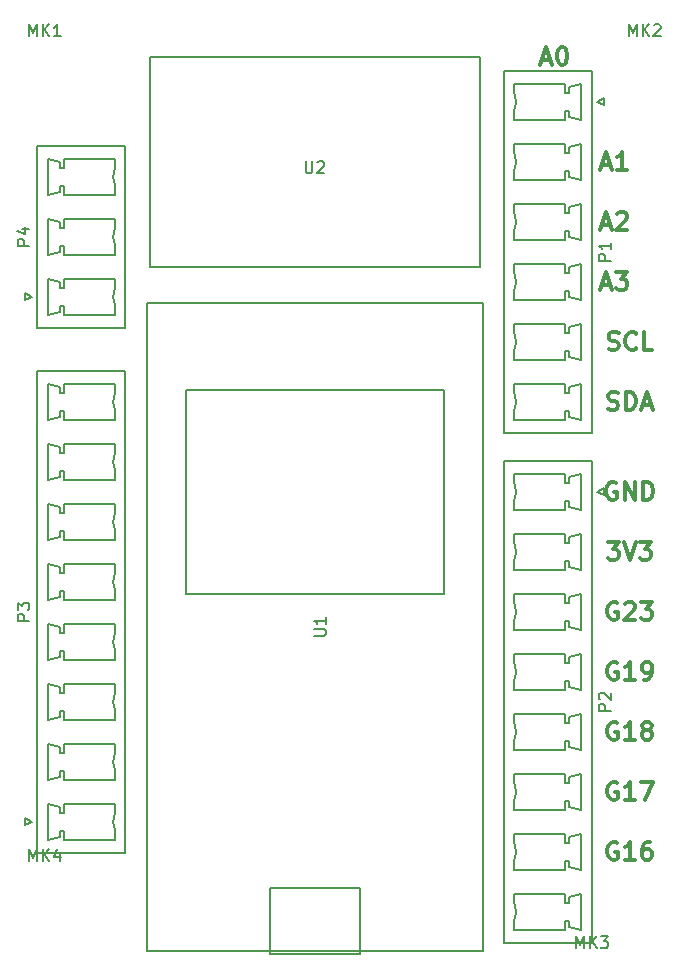
<source format=gto>
G04 #@! TF.GenerationSoftware,KiCad,Pcbnew,5.0.2+dfsg1-1*
G04 #@! TF.CreationDate,2019-04-19T11:24:35+12:00*
G04 #@! TF.ProjectId,esp32,65737033-322e-46b6-9963-61645f706362,rev?*
G04 #@! TF.SameCoordinates,Original*
G04 #@! TF.FileFunction,Legend,Top*
G04 #@! TF.FilePolarity,Positive*
%FSLAX46Y46*%
G04 Gerber Fmt 4.6, Leading zero omitted, Abs format (unit mm)*
G04 Created by KiCad (PCBNEW 5.0.2+dfsg1-1) date Fri 19 Apr 2019 11:24:35 NZST*
%MOMM*%
%LPD*%
G01*
G04 APERTURE LIST*
%ADD10C,0.300000*%
%ADD11C,0.150000*%
G04 APERTURE END LIST*
D10*
X136572857Y-76648571D02*
X137501428Y-76648571D01*
X137001428Y-77220000D01*
X137215714Y-77220000D01*
X137358571Y-77291428D01*
X137430000Y-77362857D01*
X137501428Y-77505714D01*
X137501428Y-77862857D01*
X137430000Y-78005714D01*
X137358571Y-78077142D01*
X137215714Y-78148571D01*
X136787142Y-78148571D01*
X136644285Y-78077142D01*
X136572857Y-78005714D01*
X137930000Y-76648571D02*
X138430000Y-78148571D01*
X138930000Y-76648571D01*
X139287142Y-76648571D02*
X140215714Y-76648571D01*
X139715714Y-77220000D01*
X139930000Y-77220000D01*
X140072857Y-77291428D01*
X140144285Y-77362857D01*
X140215714Y-77505714D01*
X140215714Y-77862857D01*
X140144285Y-78005714D01*
X140072857Y-78077142D01*
X139930000Y-78148571D01*
X139501428Y-78148571D01*
X139358571Y-78077142D01*
X139287142Y-78005714D01*
X137287142Y-71640000D02*
X137144285Y-71568571D01*
X136930000Y-71568571D01*
X136715714Y-71640000D01*
X136572857Y-71782857D01*
X136501428Y-71925714D01*
X136430000Y-72211428D01*
X136430000Y-72425714D01*
X136501428Y-72711428D01*
X136572857Y-72854285D01*
X136715714Y-72997142D01*
X136930000Y-73068571D01*
X137072857Y-73068571D01*
X137287142Y-72997142D01*
X137358571Y-72925714D01*
X137358571Y-72425714D01*
X137072857Y-72425714D01*
X138001428Y-73068571D02*
X138001428Y-71568571D01*
X138858571Y-73068571D01*
X138858571Y-71568571D01*
X139572857Y-73068571D02*
X139572857Y-71568571D01*
X139930000Y-71568571D01*
X140144285Y-71640000D01*
X140287142Y-71782857D01*
X140358571Y-71925714D01*
X140430000Y-72211428D01*
X140430000Y-72425714D01*
X140358571Y-72711428D01*
X140287142Y-72854285D01*
X140144285Y-72997142D01*
X139930000Y-73068571D01*
X139572857Y-73068571D01*
X137394285Y-102120000D02*
X137251428Y-102048571D01*
X137037142Y-102048571D01*
X136822857Y-102120000D01*
X136680000Y-102262857D01*
X136608571Y-102405714D01*
X136537142Y-102691428D01*
X136537142Y-102905714D01*
X136608571Y-103191428D01*
X136680000Y-103334285D01*
X136822857Y-103477142D01*
X137037142Y-103548571D01*
X137180000Y-103548571D01*
X137394285Y-103477142D01*
X137465714Y-103405714D01*
X137465714Y-102905714D01*
X137180000Y-102905714D01*
X138894285Y-103548571D02*
X138037142Y-103548571D01*
X138465714Y-103548571D02*
X138465714Y-102048571D01*
X138322857Y-102262857D01*
X138180000Y-102405714D01*
X138037142Y-102477142D01*
X140180000Y-102048571D02*
X139894285Y-102048571D01*
X139751428Y-102120000D01*
X139680000Y-102191428D01*
X139537142Y-102405714D01*
X139465714Y-102691428D01*
X139465714Y-103262857D01*
X139537142Y-103405714D01*
X139608571Y-103477142D01*
X139751428Y-103548571D01*
X140037142Y-103548571D01*
X140180000Y-103477142D01*
X140251428Y-103405714D01*
X140322857Y-103262857D01*
X140322857Y-102905714D01*
X140251428Y-102762857D01*
X140180000Y-102691428D01*
X140037142Y-102620000D01*
X139751428Y-102620000D01*
X139608571Y-102691428D01*
X139537142Y-102762857D01*
X139465714Y-102905714D01*
X137394285Y-97040000D02*
X137251428Y-96968571D01*
X137037142Y-96968571D01*
X136822857Y-97040000D01*
X136680000Y-97182857D01*
X136608571Y-97325714D01*
X136537142Y-97611428D01*
X136537142Y-97825714D01*
X136608571Y-98111428D01*
X136680000Y-98254285D01*
X136822857Y-98397142D01*
X137037142Y-98468571D01*
X137180000Y-98468571D01*
X137394285Y-98397142D01*
X137465714Y-98325714D01*
X137465714Y-97825714D01*
X137180000Y-97825714D01*
X138894285Y-98468571D02*
X138037142Y-98468571D01*
X138465714Y-98468571D02*
X138465714Y-96968571D01*
X138322857Y-97182857D01*
X138180000Y-97325714D01*
X138037142Y-97397142D01*
X139394285Y-96968571D02*
X140394285Y-96968571D01*
X139751428Y-98468571D01*
X137394285Y-91960000D02*
X137251428Y-91888571D01*
X137037142Y-91888571D01*
X136822857Y-91960000D01*
X136680000Y-92102857D01*
X136608571Y-92245714D01*
X136537142Y-92531428D01*
X136537142Y-92745714D01*
X136608571Y-93031428D01*
X136680000Y-93174285D01*
X136822857Y-93317142D01*
X137037142Y-93388571D01*
X137180000Y-93388571D01*
X137394285Y-93317142D01*
X137465714Y-93245714D01*
X137465714Y-92745714D01*
X137180000Y-92745714D01*
X138894285Y-93388571D02*
X138037142Y-93388571D01*
X138465714Y-93388571D02*
X138465714Y-91888571D01*
X138322857Y-92102857D01*
X138180000Y-92245714D01*
X138037142Y-92317142D01*
X139751428Y-92531428D02*
X139608571Y-92460000D01*
X139537142Y-92388571D01*
X139465714Y-92245714D01*
X139465714Y-92174285D01*
X139537142Y-92031428D01*
X139608571Y-91960000D01*
X139751428Y-91888571D01*
X140037142Y-91888571D01*
X140180000Y-91960000D01*
X140251428Y-92031428D01*
X140322857Y-92174285D01*
X140322857Y-92245714D01*
X140251428Y-92388571D01*
X140180000Y-92460000D01*
X140037142Y-92531428D01*
X139751428Y-92531428D01*
X139608571Y-92602857D01*
X139537142Y-92674285D01*
X139465714Y-92817142D01*
X139465714Y-93102857D01*
X139537142Y-93245714D01*
X139608571Y-93317142D01*
X139751428Y-93388571D01*
X140037142Y-93388571D01*
X140180000Y-93317142D01*
X140251428Y-93245714D01*
X140322857Y-93102857D01*
X140322857Y-92817142D01*
X140251428Y-92674285D01*
X140180000Y-92602857D01*
X140037142Y-92531428D01*
X137394285Y-86880000D02*
X137251428Y-86808571D01*
X137037142Y-86808571D01*
X136822857Y-86880000D01*
X136680000Y-87022857D01*
X136608571Y-87165714D01*
X136537142Y-87451428D01*
X136537142Y-87665714D01*
X136608571Y-87951428D01*
X136680000Y-88094285D01*
X136822857Y-88237142D01*
X137037142Y-88308571D01*
X137180000Y-88308571D01*
X137394285Y-88237142D01*
X137465714Y-88165714D01*
X137465714Y-87665714D01*
X137180000Y-87665714D01*
X138894285Y-88308571D02*
X138037142Y-88308571D01*
X138465714Y-88308571D02*
X138465714Y-86808571D01*
X138322857Y-87022857D01*
X138180000Y-87165714D01*
X138037142Y-87237142D01*
X139608571Y-88308571D02*
X139894285Y-88308571D01*
X140037142Y-88237142D01*
X140108571Y-88165714D01*
X140251428Y-87951428D01*
X140322857Y-87665714D01*
X140322857Y-87094285D01*
X140251428Y-86951428D01*
X140180000Y-86880000D01*
X140037142Y-86808571D01*
X139751428Y-86808571D01*
X139608571Y-86880000D01*
X139537142Y-86951428D01*
X139465714Y-87094285D01*
X139465714Y-87451428D01*
X139537142Y-87594285D01*
X139608571Y-87665714D01*
X139751428Y-87737142D01*
X140037142Y-87737142D01*
X140180000Y-87665714D01*
X140251428Y-87594285D01*
X140322857Y-87451428D01*
X137394285Y-81800000D02*
X137251428Y-81728571D01*
X137037142Y-81728571D01*
X136822857Y-81800000D01*
X136680000Y-81942857D01*
X136608571Y-82085714D01*
X136537142Y-82371428D01*
X136537142Y-82585714D01*
X136608571Y-82871428D01*
X136680000Y-83014285D01*
X136822857Y-83157142D01*
X137037142Y-83228571D01*
X137180000Y-83228571D01*
X137394285Y-83157142D01*
X137465714Y-83085714D01*
X137465714Y-82585714D01*
X137180000Y-82585714D01*
X138037142Y-81871428D02*
X138108571Y-81800000D01*
X138251428Y-81728571D01*
X138608571Y-81728571D01*
X138751428Y-81800000D01*
X138822857Y-81871428D01*
X138894285Y-82014285D01*
X138894285Y-82157142D01*
X138822857Y-82371428D01*
X137965714Y-83228571D01*
X138894285Y-83228571D01*
X139394285Y-81728571D02*
X140322857Y-81728571D01*
X139822857Y-82300000D01*
X140037142Y-82300000D01*
X140180000Y-82371428D01*
X140251428Y-82442857D01*
X140322857Y-82585714D01*
X140322857Y-82942857D01*
X140251428Y-83085714D01*
X140180000Y-83157142D01*
X140037142Y-83228571D01*
X139608571Y-83228571D01*
X139465714Y-83157142D01*
X139394285Y-83085714D01*
X131008571Y-35810000D02*
X131722857Y-35810000D01*
X130865714Y-36238571D02*
X131365714Y-34738571D01*
X131865714Y-36238571D01*
X132651428Y-34738571D02*
X132794285Y-34738571D01*
X132937142Y-34810000D01*
X133008571Y-34881428D01*
X133080000Y-35024285D01*
X133151428Y-35310000D01*
X133151428Y-35667142D01*
X133080000Y-35952857D01*
X133008571Y-36095714D01*
X132937142Y-36167142D01*
X132794285Y-36238571D01*
X132651428Y-36238571D01*
X132508571Y-36167142D01*
X132437142Y-36095714D01*
X132365714Y-35952857D01*
X132294285Y-35667142D01*
X132294285Y-35310000D01*
X132365714Y-35024285D01*
X132437142Y-34881428D01*
X132508571Y-34810000D01*
X132651428Y-34738571D01*
X136088571Y-44700000D02*
X136802857Y-44700000D01*
X135945714Y-45128571D02*
X136445714Y-43628571D01*
X136945714Y-45128571D01*
X138231428Y-45128571D02*
X137374285Y-45128571D01*
X137802857Y-45128571D02*
X137802857Y-43628571D01*
X137660000Y-43842857D01*
X137517142Y-43985714D01*
X137374285Y-44057142D01*
X136088571Y-49780000D02*
X136802857Y-49780000D01*
X135945714Y-50208571D02*
X136445714Y-48708571D01*
X136945714Y-50208571D01*
X137374285Y-48851428D02*
X137445714Y-48780000D01*
X137588571Y-48708571D01*
X137945714Y-48708571D01*
X138088571Y-48780000D01*
X138160000Y-48851428D01*
X138231428Y-48994285D01*
X138231428Y-49137142D01*
X138160000Y-49351428D01*
X137302857Y-50208571D01*
X138231428Y-50208571D01*
X136088571Y-54860000D02*
X136802857Y-54860000D01*
X135945714Y-55288571D02*
X136445714Y-53788571D01*
X136945714Y-55288571D01*
X137302857Y-53788571D02*
X138231428Y-53788571D01*
X137731428Y-54360000D01*
X137945714Y-54360000D01*
X138088571Y-54431428D01*
X138160000Y-54502857D01*
X138231428Y-54645714D01*
X138231428Y-55002857D01*
X138160000Y-55145714D01*
X138088571Y-55217142D01*
X137945714Y-55288571D01*
X137517142Y-55288571D01*
X137374285Y-55217142D01*
X137302857Y-55145714D01*
X136608571Y-65377142D02*
X136822857Y-65448571D01*
X137180000Y-65448571D01*
X137322857Y-65377142D01*
X137394285Y-65305714D01*
X137465714Y-65162857D01*
X137465714Y-65020000D01*
X137394285Y-64877142D01*
X137322857Y-64805714D01*
X137180000Y-64734285D01*
X136894285Y-64662857D01*
X136751428Y-64591428D01*
X136680000Y-64520000D01*
X136608571Y-64377142D01*
X136608571Y-64234285D01*
X136680000Y-64091428D01*
X136751428Y-64020000D01*
X136894285Y-63948571D01*
X137251428Y-63948571D01*
X137465714Y-64020000D01*
X138108571Y-65448571D02*
X138108571Y-63948571D01*
X138465714Y-63948571D01*
X138680000Y-64020000D01*
X138822857Y-64162857D01*
X138894285Y-64305714D01*
X138965714Y-64591428D01*
X138965714Y-64805714D01*
X138894285Y-65091428D01*
X138822857Y-65234285D01*
X138680000Y-65377142D01*
X138465714Y-65448571D01*
X138108571Y-65448571D01*
X139537142Y-65020000D02*
X140251428Y-65020000D01*
X139394285Y-65448571D02*
X139894285Y-63948571D01*
X140394285Y-65448571D01*
X136644285Y-60297142D02*
X136858571Y-60368571D01*
X137215714Y-60368571D01*
X137358571Y-60297142D01*
X137430000Y-60225714D01*
X137501428Y-60082857D01*
X137501428Y-59940000D01*
X137430000Y-59797142D01*
X137358571Y-59725714D01*
X137215714Y-59654285D01*
X136930000Y-59582857D01*
X136787142Y-59511428D01*
X136715714Y-59440000D01*
X136644285Y-59297142D01*
X136644285Y-59154285D01*
X136715714Y-59011428D01*
X136787142Y-58940000D01*
X136930000Y-58868571D01*
X137287142Y-58868571D01*
X137501428Y-58940000D01*
X139001428Y-60225714D02*
X138930000Y-60297142D01*
X138715714Y-60368571D01*
X138572857Y-60368571D01*
X138358571Y-60297142D01*
X138215714Y-60154285D01*
X138144285Y-60011428D01*
X138072857Y-59725714D01*
X138072857Y-59511428D01*
X138144285Y-59225714D01*
X138215714Y-59082857D01*
X138358571Y-58940000D01*
X138572857Y-58868571D01*
X138715714Y-58868571D01*
X138930000Y-58940000D01*
X139001428Y-59011428D01*
X140358571Y-60368571D02*
X139644285Y-60368571D01*
X139644285Y-58868571D01*
D11*
G04 #@! TO.C,U1*
X125984000Y-111252000D02*
X97536000Y-111252000D01*
X97536000Y-111252000D02*
X97536000Y-56388000D01*
X97536000Y-56388000D02*
X125984000Y-56388000D01*
X125984000Y-56388000D02*
X125984000Y-111252000D01*
X115570000Y-111506000D02*
X107950000Y-111506000D01*
X107950000Y-111506000D02*
X107950000Y-105918000D01*
X107950000Y-105918000D02*
X115570000Y-105918000D01*
X115570000Y-105918000D02*
X115570000Y-111506000D01*
X122682000Y-81026000D02*
X100838000Y-81026000D01*
X100838000Y-81026000D02*
X100838000Y-63754000D01*
X100838000Y-63754000D02*
X122682000Y-63754000D01*
X122682000Y-63754000D02*
X122682000Y-81026000D01*
G04 #@! TO.C,U2*
X97790000Y-53340000D02*
X97790000Y-35560000D01*
X97790000Y-35560000D02*
X125730000Y-35560000D01*
X125730000Y-35560000D02*
X125730000Y-53340000D01*
X125730000Y-53340000D02*
X97790000Y-53340000D01*
G04 #@! TO.C,P1*
X128660155Y-40119647D02*
G75*
G03X128660000Y-38620000I-1700155J749647D01*
G01*
X128660155Y-45199647D02*
G75*
G03X128660000Y-43700000I-1700155J749647D01*
G01*
X128660155Y-50279647D02*
G75*
G03X128660000Y-48780000I-1700155J749647D01*
G01*
X128660155Y-55359647D02*
G75*
G03X128660000Y-53860000I-1700155J749647D01*
G01*
X128660155Y-60439647D02*
G75*
G03X128660000Y-58940000I-1700155J749647D01*
G01*
X128660155Y-65519647D02*
G75*
G03X128660000Y-64020000I-1700155J749647D01*
G01*
X135240000Y-36750000D02*
X127830000Y-36750000D01*
X127830000Y-36750000D02*
X127830000Y-67390000D01*
X127830000Y-67390000D02*
X135240000Y-67390000D01*
X135240000Y-67390000D02*
X135240000Y-36750000D01*
X128660000Y-38620000D02*
X128660000Y-37870000D01*
X128660000Y-37870000D02*
X132960000Y-37870000D01*
X132960000Y-37870000D02*
X132960000Y-38620000D01*
X132960000Y-38620000D02*
X133310000Y-38620000D01*
X133310000Y-38620000D02*
X133310000Y-38120000D01*
X133310000Y-38120000D02*
X134310000Y-37870000D01*
X134310000Y-37870000D02*
X134310000Y-40870000D01*
X134310000Y-40870000D02*
X133310000Y-40620000D01*
X133310000Y-40620000D02*
X133310000Y-40120000D01*
X133310000Y-40120000D02*
X132960000Y-40120000D01*
X132960000Y-40120000D02*
X132960000Y-40120000D01*
X132960000Y-40120000D02*
X132960000Y-40870000D01*
X132960000Y-40870000D02*
X128660000Y-40870000D01*
X128660000Y-40870000D02*
X128660000Y-40120000D01*
X128660000Y-43700000D02*
X128660000Y-42950000D01*
X128660000Y-42950000D02*
X132960000Y-42950000D01*
X132960000Y-42950000D02*
X132960000Y-43700000D01*
X132960000Y-43700000D02*
X133310000Y-43700000D01*
X133310000Y-43700000D02*
X133310000Y-43200000D01*
X133310000Y-43200000D02*
X134310000Y-42950000D01*
X134310000Y-42950000D02*
X134310000Y-45950000D01*
X134310000Y-45950000D02*
X133310000Y-45700000D01*
X133310000Y-45700000D02*
X133310000Y-45200000D01*
X133310000Y-45200000D02*
X132960000Y-45200000D01*
X132960000Y-45200000D02*
X132960000Y-45200000D01*
X132960000Y-45200000D02*
X132960000Y-45950000D01*
X132960000Y-45950000D02*
X128660000Y-45950000D01*
X128660000Y-45950000D02*
X128660000Y-45200000D01*
X128660000Y-48780000D02*
X128660000Y-48030000D01*
X128660000Y-48030000D02*
X132960000Y-48030000D01*
X132960000Y-48030000D02*
X132960000Y-48780000D01*
X132960000Y-48780000D02*
X133310000Y-48780000D01*
X133310000Y-48780000D02*
X133310000Y-48280000D01*
X133310000Y-48280000D02*
X134310000Y-48030000D01*
X134310000Y-48030000D02*
X134310000Y-51030000D01*
X134310000Y-51030000D02*
X133310000Y-50780000D01*
X133310000Y-50780000D02*
X133310000Y-50280000D01*
X133310000Y-50280000D02*
X132960000Y-50280000D01*
X132960000Y-50280000D02*
X132960000Y-50280000D01*
X132960000Y-50280000D02*
X132960000Y-51030000D01*
X132960000Y-51030000D02*
X128660000Y-51030000D01*
X128660000Y-51030000D02*
X128660000Y-50280000D01*
X128660000Y-53860000D02*
X128660000Y-53110000D01*
X128660000Y-53110000D02*
X132960000Y-53110000D01*
X132960000Y-53110000D02*
X132960000Y-53860000D01*
X132960000Y-53860000D02*
X133310000Y-53860000D01*
X133310000Y-53860000D02*
X133310000Y-53360000D01*
X133310000Y-53360000D02*
X134310000Y-53110000D01*
X134310000Y-53110000D02*
X134310000Y-56110000D01*
X134310000Y-56110000D02*
X133310000Y-55860000D01*
X133310000Y-55860000D02*
X133310000Y-55360000D01*
X133310000Y-55360000D02*
X132960000Y-55360000D01*
X132960000Y-55360000D02*
X132960000Y-55360000D01*
X132960000Y-55360000D02*
X132960000Y-56110000D01*
X132960000Y-56110000D02*
X128660000Y-56110000D01*
X128660000Y-56110000D02*
X128660000Y-55360000D01*
X128660000Y-58940000D02*
X128660000Y-58190000D01*
X128660000Y-58190000D02*
X132960000Y-58190000D01*
X132960000Y-58190000D02*
X132960000Y-58940000D01*
X132960000Y-58940000D02*
X133310000Y-58940000D01*
X133310000Y-58940000D02*
X133310000Y-58440000D01*
X133310000Y-58440000D02*
X134310000Y-58190000D01*
X134310000Y-58190000D02*
X134310000Y-61190000D01*
X134310000Y-61190000D02*
X133310000Y-60940000D01*
X133310000Y-60940000D02*
X133310000Y-60440000D01*
X133310000Y-60440000D02*
X132960000Y-60440000D01*
X132960000Y-60440000D02*
X132960000Y-60440000D01*
X132960000Y-60440000D02*
X132960000Y-61190000D01*
X132960000Y-61190000D02*
X128660000Y-61190000D01*
X128660000Y-61190000D02*
X128660000Y-60440000D01*
X128660000Y-64020000D02*
X128660000Y-63270000D01*
X128660000Y-63270000D02*
X132960000Y-63270000D01*
X132960000Y-63270000D02*
X132960000Y-64020000D01*
X132960000Y-64020000D02*
X133310000Y-64020000D01*
X133310000Y-64020000D02*
X133310000Y-63520000D01*
X133310000Y-63520000D02*
X134310000Y-63270000D01*
X134310000Y-63270000D02*
X134310000Y-66270000D01*
X134310000Y-66270000D02*
X133310000Y-66020000D01*
X133310000Y-66020000D02*
X133310000Y-65520000D01*
X133310000Y-65520000D02*
X132960000Y-65520000D01*
X132960000Y-65520000D02*
X132960000Y-65520000D01*
X132960000Y-65520000D02*
X132960000Y-66270000D01*
X132960000Y-66270000D02*
X128660000Y-66270000D01*
X128660000Y-66270000D02*
X128660000Y-65520000D01*
X135660000Y-39370000D02*
X136260000Y-39670000D01*
X136260000Y-39670000D02*
X136260000Y-39070000D01*
X136260000Y-39070000D02*
X135660000Y-39370000D01*
G04 #@! TO.C,P2*
X128660155Y-73139647D02*
G75*
G03X128660000Y-71640000I-1700155J749647D01*
G01*
X128660155Y-78219647D02*
G75*
G03X128660000Y-76720000I-1700155J749647D01*
G01*
X128660155Y-83299647D02*
G75*
G03X128660000Y-81800000I-1700155J749647D01*
G01*
X128660155Y-88379647D02*
G75*
G03X128660000Y-86880000I-1700155J749647D01*
G01*
X128660155Y-93459647D02*
G75*
G03X128660000Y-91960000I-1700155J749647D01*
G01*
X128660155Y-98539647D02*
G75*
G03X128660000Y-97040000I-1700155J749647D01*
G01*
X128660155Y-103619647D02*
G75*
G03X128660000Y-102120000I-1700155J749647D01*
G01*
X128660155Y-108699647D02*
G75*
G03X128660000Y-107200000I-1700155J749647D01*
G01*
X135240000Y-69770000D02*
X127830000Y-69770000D01*
X127830000Y-69770000D02*
X127830000Y-110570000D01*
X127830000Y-110570000D02*
X135240000Y-110570000D01*
X135240000Y-110570000D02*
X135240000Y-69770000D01*
X128660000Y-71640000D02*
X128660000Y-70890000D01*
X128660000Y-70890000D02*
X132960000Y-70890000D01*
X132960000Y-70890000D02*
X132960000Y-71640000D01*
X132960000Y-71640000D02*
X133310000Y-71640000D01*
X133310000Y-71640000D02*
X133310000Y-71140000D01*
X133310000Y-71140000D02*
X134310000Y-70890000D01*
X134310000Y-70890000D02*
X134310000Y-73890000D01*
X134310000Y-73890000D02*
X133310000Y-73640000D01*
X133310000Y-73640000D02*
X133310000Y-73140000D01*
X133310000Y-73140000D02*
X132960000Y-73140000D01*
X132960000Y-73140000D02*
X132960000Y-73140000D01*
X132960000Y-73140000D02*
X132960000Y-73890000D01*
X132960000Y-73890000D02*
X128660000Y-73890000D01*
X128660000Y-73890000D02*
X128660000Y-73140000D01*
X128660000Y-76720000D02*
X128660000Y-75970000D01*
X128660000Y-75970000D02*
X132960000Y-75970000D01*
X132960000Y-75970000D02*
X132960000Y-76720000D01*
X132960000Y-76720000D02*
X133310000Y-76720000D01*
X133310000Y-76720000D02*
X133310000Y-76220000D01*
X133310000Y-76220000D02*
X134310000Y-75970000D01*
X134310000Y-75970000D02*
X134310000Y-78970000D01*
X134310000Y-78970000D02*
X133310000Y-78720000D01*
X133310000Y-78720000D02*
X133310000Y-78220000D01*
X133310000Y-78220000D02*
X132960000Y-78220000D01*
X132960000Y-78220000D02*
X132960000Y-78220000D01*
X132960000Y-78220000D02*
X132960000Y-78970000D01*
X132960000Y-78970000D02*
X128660000Y-78970000D01*
X128660000Y-78970000D02*
X128660000Y-78220000D01*
X128660000Y-81800000D02*
X128660000Y-81050000D01*
X128660000Y-81050000D02*
X132960000Y-81050000D01*
X132960000Y-81050000D02*
X132960000Y-81800000D01*
X132960000Y-81800000D02*
X133310000Y-81800000D01*
X133310000Y-81800000D02*
X133310000Y-81300000D01*
X133310000Y-81300000D02*
X134310000Y-81050000D01*
X134310000Y-81050000D02*
X134310000Y-84050000D01*
X134310000Y-84050000D02*
X133310000Y-83800000D01*
X133310000Y-83800000D02*
X133310000Y-83300000D01*
X133310000Y-83300000D02*
X132960000Y-83300000D01*
X132960000Y-83300000D02*
X132960000Y-83300000D01*
X132960000Y-83300000D02*
X132960000Y-84050000D01*
X132960000Y-84050000D02*
X128660000Y-84050000D01*
X128660000Y-84050000D02*
X128660000Y-83300000D01*
X128660000Y-86880000D02*
X128660000Y-86130000D01*
X128660000Y-86130000D02*
X132960000Y-86130000D01*
X132960000Y-86130000D02*
X132960000Y-86880000D01*
X132960000Y-86880000D02*
X133310000Y-86880000D01*
X133310000Y-86880000D02*
X133310000Y-86380000D01*
X133310000Y-86380000D02*
X134310000Y-86130000D01*
X134310000Y-86130000D02*
X134310000Y-89130000D01*
X134310000Y-89130000D02*
X133310000Y-88880000D01*
X133310000Y-88880000D02*
X133310000Y-88380000D01*
X133310000Y-88380000D02*
X132960000Y-88380000D01*
X132960000Y-88380000D02*
X132960000Y-88380000D01*
X132960000Y-88380000D02*
X132960000Y-89130000D01*
X132960000Y-89130000D02*
X128660000Y-89130000D01*
X128660000Y-89130000D02*
X128660000Y-88380000D01*
X128660000Y-91960000D02*
X128660000Y-91210000D01*
X128660000Y-91210000D02*
X132960000Y-91210000D01*
X132960000Y-91210000D02*
X132960000Y-91960000D01*
X132960000Y-91960000D02*
X133310000Y-91960000D01*
X133310000Y-91960000D02*
X133310000Y-91460000D01*
X133310000Y-91460000D02*
X134310000Y-91210000D01*
X134310000Y-91210000D02*
X134310000Y-94210000D01*
X134310000Y-94210000D02*
X133310000Y-93960000D01*
X133310000Y-93960000D02*
X133310000Y-93460000D01*
X133310000Y-93460000D02*
X132960000Y-93460000D01*
X132960000Y-93460000D02*
X132960000Y-93460000D01*
X132960000Y-93460000D02*
X132960000Y-94210000D01*
X132960000Y-94210000D02*
X128660000Y-94210000D01*
X128660000Y-94210000D02*
X128660000Y-93460000D01*
X128660000Y-97040000D02*
X128660000Y-96290000D01*
X128660000Y-96290000D02*
X132960000Y-96290000D01*
X132960000Y-96290000D02*
X132960000Y-97040000D01*
X132960000Y-97040000D02*
X133310000Y-97040000D01*
X133310000Y-97040000D02*
X133310000Y-96540000D01*
X133310000Y-96540000D02*
X134310000Y-96290000D01*
X134310000Y-96290000D02*
X134310000Y-99290000D01*
X134310000Y-99290000D02*
X133310000Y-99040000D01*
X133310000Y-99040000D02*
X133310000Y-98540000D01*
X133310000Y-98540000D02*
X132960000Y-98540000D01*
X132960000Y-98540000D02*
X132960000Y-98540000D01*
X132960000Y-98540000D02*
X132960000Y-99290000D01*
X132960000Y-99290000D02*
X128660000Y-99290000D01*
X128660000Y-99290000D02*
X128660000Y-98540000D01*
X128660000Y-102120000D02*
X128660000Y-101370000D01*
X128660000Y-101370000D02*
X132960000Y-101370000D01*
X132960000Y-101370000D02*
X132960000Y-102120000D01*
X132960000Y-102120000D02*
X133310000Y-102120000D01*
X133310000Y-102120000D02*
X133310000Y-101620000D01*
X133310000Y-101620000D02*
X134310000Y-101370000D01*
X134310000Y-101370000D02*
X134310000Y-104370000D01*
X134310000Y-104370000D02*
X133310000Y-104120000D01*
X133310000Y-104120000D02*
X133310000Y-103620000D01*
X133310000Y-103620000D02*
X132960000Y-103620000D01*
X132960000Y-103620000D02*
X132960000Y-103620000D01*
X132960000Y-103620000D02*
X132960000Y-104370000D01*
X132960000Y-104370000D02*
X128660000Y-104370000D01*
X128660000Y-104370000D02*
X128660000Y-103620000D01*
X128660000Y-107200000D02*
X128660000Y-106450000D01*
X128660000Y-106450000D02*
X132960000Y-106450000D01*
X132960000Y-106450000D02*
X132960000Y-107200000D01*
X132960000Y-107200000D02*
X133310000Y-107200000D01*
X133310000Y-107200000D02*
X133310000Y-106700000D01*
X133310000Y-106700000D02*
X134310000Y-106450000D01*
X134310000Y-106450000D02*
X134310000Y-109450000D01*
X134310000Y-109450000D02*
X133310000Y-109200000D01*
X133310000Y-109200000D02*
X133310000Y-108700000D01*
X133310000Y-108700000D02*
X132960000Y-108700000D01*
X132960000Y-108700000D02*
X132960000Y-108700000D01*
X132960000Y-108700000D02*
X132960000Y-109450000D01*
X132960000Y-109450000D02*
X128660000Y-109450000D01*
X128660000Y-109450000D02*
X128660000Y-108700000D01*
X135660000Y-72390000D02*
X136260000Y-72690000D01*
X136260000Y-72690000D02*
X136260000Y-72090000D01*
X136260000Y-72090000D02*
X135660000Y-72390000D01*
G04 #@! TO.C,P3*
X94859845Y-99580353D02*
G75*
G03X94860000Y-101080000I1700155J-749647D01*
G01*
X94859845Y-94500353D02*
G75*
G03X94860000Y-96000000I1700155J-749647D01*
G01*
X94859845Y-89420353D02*
G75*
G03X94860000Y-90920000I1700155J-749647D01*
G01*
X94859845Y-84340353D02*
G75*
G03X94860000Y-85840000I1700155J-749647D01*
G01*
X94859845Y-79260353D02*
G75*
G03X94860000Y-80760000I1700155J-749647D01*
G01*
X94859845Y-74180353D02*
G75*
G03X94860000Y-75680000I1700155J-749647D01*
G01*
X94859845Y-69100353D02*
G75*
G03X94860000Y-70600000I1700155J-749647D01*
G01*
X94859845Y-64020353D02*
G75*
G03X94860000Y-65520000I1700155J-749647D01*
G01*
X88280000Y-102950000D02*
X95690000Y-102950000D01*
X95690000Y-102950000D02*
X95690000Y-62150000D01*
X95690000Y-62150000D02*
X88280000Y-62150000D01*
X88280000Y-62150000D02*
X88280000Y-102950000D01*
X94860000Y-101080000D02*
X94860000Y-101830000D01*
X94860000Y-101830000D02*
X90560000Y-101830000D01*
X90560000Y-101830000D02*
X90560000Y-101080000D01*
X90560000Y-101080000D02*
X90210000Y-101080000D01*
X90210000Y-101080000D02*
X90210000Y-101580000D01*
X90210000Y-101580000D02*
X89210000Y-101830000D01*
X89210000Y-101830000D02*
X89210000Y-98830000D01*
X89210000Y-98830000D02*
X90210000Y-99080000D01*
X90210000Y-99080000D02*
X90210000Y-99580000D01*
X90210000Y-99580000D02*
X90560000Y-99580000D01*
X90560000Y-99580000D02*
X90560000Y-99580000D01*
X90560000Y-99580000D02*
X90560000Y-98830000D01*
X90560000Y-98830000D02*
X94860000Y-98830000D01*
X94860000Y-98830000D02*
X94860000Y-99580000D01*
X94860000Y-96000000D02*
X94860000Y-96750000D01*
X94860000Y-96750000D02*
X90560000Y-96750000D01*
X90560000Y-96750000D02*
X90560000Y-96000000D01*
X90560000Y-96000000D02*
X90210000Y-96000000D01*
X90210000Y-96000000D02*
X90210000Y-96500000D01*
X90210000Y-96500000D02*
X89210000Y-96750000D01*
X89210000Y-96750000D02*
X89210000Y-93750000D01*
X89210000Y-93750000D02*
X90210000Y-94000000D01*
X90210000Y-94000000D02*
X90210000Y-94500000D01*
X90210000Y-94500000D02*
X90560000Y-94500000D01*
X90560000Y-94500000D02*
X90560000Y-94500000D01*
X90560000Y-94500000D02*
X90560000Y-93750000D01*
X90560000Y-93750000D02*
X94860000Y-93750000D01*
X94860000Y-93750000D02*
X94860000Y-94500000D01*
X94860000Y-90920000D02*
X94860000Y-91670000D01*
X94860000Y-91670000D02*
X90560000Y-91670000D01*
X90560000Y-91670000D02*
X90560000Y-90920000D01*
X90560000Y-90920000D02*
X90210000Y-90920000D01*
X90210000Y-90920000D02*
X90210000Y-91420000D01*
X90210000Y-91420000D02*
X89210000Y-91670000D01*
X89210000Y-91670000D02*
X89210000Y-88670000D01*
X89210000Y-88670000D02*
X90210000Y-88920000D01*
X90210000Y-88920000D02*
X90210000Y-89420000D01*
X90210000Y-89420000D02*
X90560000Y-89420000D01*
X90560000Y-89420000D02*
X90560000Y-89420000D01*
X90560000Y-89420000D02*
X90560000Y-88670000D01*
X90560000Y-88670000D02*
X94860000Y-88670000D01*
X94860000Y-88670000D02*
X94860000Y-89420000D01*
X94860000Y-85840000D02*
X94860000Y-86590000D01*
X94860000Y-86590000D02*
X90560000Y-86590000D01*
X90560000Y-86590000D02*
X90560000Y-85840000D01*
X90560000Y-85840000D02*
X90210000Y-85840000D01*
X90210000Y-85840000D02*
X90210000Y-86340000D01*
X90210000Y-86340000D02*
X89210000Y-86590000D01*
X89210000Y-86590000D02*
X89210000Y-83590000D01*
X89210000Y-83590000D02*
X90210000Y-83840000D01*
X90210000Y-83840000D02*
X90210000Y-84340000D01*
X90210000Y-84340000D02*
X90560000Y-84340000D01*
X90560000Y-84340000D02*
X90560000Y-84340000D01*
X90560000Y-84340000D02*
X90560000Y-83590000D01*
X90560000Y-83590000D02*
X94860000Y-83590000D01*
X94860000Y-83590000D02*
X94860000Y-84340000D01*
X94860000Y-80760000D02*
X94860000Y-81510000D01*
X94860000Y-81510000D02*
X90560000Y-81510000D01*
X90560000Y-81510000D02*
X90560000Y-80760000D01*
X90560000Y-80760000D02*
X90210000Y-80760000D01*
X90210000Y-80760000D02*
X90210000Y-81260000D01*
X90210000Y-81260000D02*
X89210000Y-81510000D01*
X89210000Y-81510000D02*
X89210000Y-78510000D01*
X89210000Y-78510000D02*
X90210000Y-78760000D01*
X90210000Y-78760000D02*
X90210000Y-79260000D01*
X90210000Y-79260000D02*
X90560000Y-79260000D01*
X90560000Y-79260000D02*
X90560000Y-79260000D01*
X90560000Y-79260000D02*
X90560000Y-78510000D01*
X90560000Y-78510000D02*
X94860000Y-78510000D01*
X94860000Y-78510000D02*
X94860000Y-79260000D01*
X94860000Y-75680000D02*
X94860000Y-76430000D01*
X94860000Y-76430000D02*
X90560000Y-76430000D01*
X90560000Y-76430000D02*
X90560000Y-75680000D01*
X90560000Y-75680000D02*
X90210000Y-75680000D01*
X90210000Y-75680000D02*
X90210000Y-76180000D01*
X90210000Y-76180000D02*
X89210000Y-76430000D01*
X89210000Y-76430000D02*
X89210000Y-73430000D01*
X89210000Y-73430000D02*
X90210000Y-73680000D01*
X90210000Y-73680000D02*
X90210000Y-74180000D01*
X90210000Y-74180000D02*
X90560000Y-74180000D01*
X90560000Y-74180000D02*
X90560000Y-74180000D01*
X90560000Y-74180000D02*
X90560000Y-73430000D01*
X90560000Y-73430000D02*
X94860000Y-73430000D01*
X94860000Y-73430000D02*
X94860000Y-74180000D01*
X94860000Y-70600000D02*
X94860000Y-71350000D01*
X94860000Y-71350000D02*
X90560000Y-71350000D01*
X90560000Y-71350000D02*
X90560000Y-70600000D01*
X90560000Y-70600000D02*
X90210000Y-70600000D01*
X90210000Y-70600000D02*
X90210000Y-71100000D01*
X90210000Y-71100000D02*
X89210000Y-71350000D01*
X89210000Y-71350000D02*
X89210000Y-68350000D01*
X89210000Y-68350000D02*
X90210000Y-68600000D01*
X90210000Y-68600000D02*
X90210000Y-69100000D01*
X90210000Y-69100000D02*
X90560000Y-69100000D01*
X90560000Y-69100000D02*
X90560000Y-69100000D01*
X90560000Y-69100000D02*
X90560000Y-68350000D01*
X90560000Y-68350000D02*
X94860000Y-68350000D01*
X94860000Y-68350000D02*
X94860000Y-69100000D01*
X94860000Y-65520000D02*
X94860000Y-66270000D01*
X94860000Y-66270000D02*
X90560000Y-66270000D01*
X90560000Y-66270000D02*
X90560000Y-65520000D01*
X90560000Y-65520000D02*
X90210000Y-65520000D01*
X90210000Y-65520000D02*
X90210000Y-66020000D01*
X90210000Y-66020000D02*
X89210000Y-66270000D01*
X89210000Y-66270000D02*
X89210000Y-63270000D01*
X89210000Y-63270000D02*
X90210000Y-63520000D01*
X90210000Y-63520000D02*
X90210000Y-64020000D01*
X90210000Y-64020000D02*
X90560000Y-64020000D01*
X90560000Y-64020000D02*
X90560000Y-64020000D01*
X90560000Y-64020000D02*
X90560000Y-63270000D01*
X90560000Y-63270000D02*
X94860000Y-63270000D01*
X94860000Y-63270000D02*
X94860000Y-64020000D01*
X87860000Y-100330000D02*
X87260000Y-100030000D01*
X87260000Y-100030000D02*
X87260000Y-100630000D01*
X87260000Y-100630000D02*
X87860000Y-100330000D01*
G04 #@! TO.C,P4*
X94859845Y-55130353D02*
G75*
G03X94860000Y-56630000I1700155J-749647D01*
G01*
X94859845Y-50050353D02*
G75*
G03X94860000Y-51550000I1700155J-749647D01*
G01*
X94859845Y-44970353D02*
G75*
G03X94860000Y-46470000I1700155J-749647D01*
G01*
X88280000Y-58500000D02*
X95690000Y-58500000D01*
X95690000Y-58500000D02*
X95690000Y-43100000D01*
X95690000Y-43100000D02*
X88280000Y-43100000D01*
X88280000Y-43100000D02*
X88280000Y-58500000D01*
X94860000Y-56630000D02*
X94860000Y-57380000D01*
X94860000Y-57380000D02*
X90560000Y-57380000D01*
X90560000Y-57380000D02*
X90560000Y-56630000D01*
X90560000Y-56630000D02*
X90210000Y-56630000D01*
X90210000Y-56630000D02*
X90210000Y-57130000D01*
X90210000Y-57130000D02*
X89210000Y-57380000D01*
X89210000Y-57380000D02*
X89210000Y-54380000D01*
X89210000Y-54380000D02*
X90210000Y-54630000D01*
X90210000Y-54630000D02*
X90210000Y-55130000D01*
X90210000Y-55130000D02*
X90560000Y-55130000D01*
X90560000Y-55130000D02*
X90560000Y-55130000D01*
X90560000Y-55130000D02*
X90560000Y-54380000D01*
X90560000Y-54380000D02*
X94860000Y-54380000D01*
X94860000Y-54380000D02*
X94860000Y-55130000D01*
X94860000Y-51550000D02*
X94860000Y-52300000D01*
X94860000Y-52300000D02*
X90560000Y-52300000D01*
X90560000Y-52300000D02*
X90560000Y-51550000D01*
X90560000Y-51550000D02*
X90210000Y-51550000D01*
X90210000Y-51550000D02*
X90210000Y-52050000D01*
X90210000Y-52050000D02*
X89210000Y-52300000D01*
X89210000Y-52300000D02*
X89210000Y-49300000D01*
X89210000Y-49300000D02*
X90210000Y-49550000D01*
X90210000Y-49550000D02*
X90210000Y-50050000D01*
X90210000Y-50050000D02*
X90560000Y-50050000D01*
X90560000Y-50050000D02*
X90560000Y-50050000D01*
X90560000Y-50050000D02*
X90560000Y-49300000D01*
X90560000Y-49300000D02*
X94860000Y-49300000D01*
X94860000Y-49300000D02*
X94860000Y-50050000D01*
X94860000Y-46470000D02*
X94860000Y-47220000D01*
X94860000Y-47220000D02*
X90560000Y-47220000D01*
X90560000Y-47220000D02*
X90560000Y-46470000D01*
X90560000Y-46470000D02*
X90210000Y-46470000D01*
X90210000Y-46470000D02*
X90210000Y-46970000D01*
X90210000Y-46970000D02*
X89210000Y-47220000D01*
X89210000Y-47220000D02*
X89210000Y-44220000D01*
X89210000Y-44220000D02*
X90210000Y-44470000D01*
X90210000Y-44470000D02*
X90210000Y-44970000D01*
X90210000Y-44970000D02*
X90560000Y-44970000D01*
X90560000Y-44970000D02*
X90560000Y-44970000D01*
X90560000Y-44970000D02*
X90560000Y-44220000D01*
X90560000Y-44220000D02*
X94860000Y-44220000D01*
X94860000Y-44220000D02*
X94860000Y-44970000D01*
X87860000Y-55880000D02*
X87260000Y-55580000D01*
X87260000Y-55580000D02*
X87260000Y-56180000D01*
X87260000Y-56180000D02*
X87860000Y-55880000D01*
G04 #@! TO.C,U1*
X111712380Y-84581904D02*
X112521904Y-84581904D01*
X112617142Y-84534285D01*
X112664761Y-84486666D01*
X112712380Y-84391428D01*
X112712380Y-84200952D01*
X112664761Y-84105714D01*
X112617142Y-84058095D01*
X112521904Y-84010476D01*
X111712380Y-84010476D01*
X112712380Y-83010476D02*
X112712380Y-83581904D01*
X112712380Y-83296190D02*
X111712380Y-83296190D01*
X111855238Y-83391428D01*
X111950476Y-83486666D01*
X111998095Y-83581904D01*
G04 #@! TO.C,U2*
X110998095Y-44402380D02*
X110998095Y-45211904D01*
X111045714Y-45307142D01*
X111093333Y-45354761D01*
X111188571Y-45402380D01*
X111379047Y-45402380D01*
X111474285Y-45354761D01*
X111521904Y-45307142D01*
X111569523Y-45211904D01*
X111569523Y-44402380D01*
X111998095Y-44497619D02*
X112045714Y-44450000D01*
X112140952Y-44402380D01*
X112379047Y-44402380D01*
X112474285Y-44450000D01*
X112521904Y-44497619D01*
X112569523Y-44592857D01*
X112569523Y-44688095D01*
X112521904Y-44830952D01*
X111950476Y-45402380D01*
X112569523Y-45402380D01*
G04 #@! TO.C,MK1*
X87590476Y-33802380D02*
X87590476Y-32802380D01*
X87923809Y-33516666D01*
X88257142Y-32802380D01*
X88257142Y-33802380D01*
X88733333Y-33802380D02*
X88733333Y-32802380D01*
X89304761Y-33802380D02*
X88876190Y-33230952D01*
X89304761Y-32802380D02*
X88733333Y-33373809D01*
X90257142Y-33802380D02*
X89685714Y-33802380D01*
X89971428Y-33802380D02*
X89971428Y-32802380D01*
X89876190Y-32945238D01*
X89780952Y-33040476D01*
X89685714Y-33088095D01*
G04 #@! TO.C,MK2*
X138390476Y-33802380D02*
X138390476Y-32802380D01*
X138723809Y-33516666D01*
X139057142Y-32802380D01*
X139057142Y-33802380D01*
X139533333Y-33802380D02*
X139533333Y-32802380D01*
X140104761Y-33802380D02*
X139676190Y-33230952D01*
X140104761Y-32802380D02*
X139533333Y-33373809D01*
X140485714Y-32897619D02*
X140533333Y-32850000D01*
X140628571Y-32802380D01*
X140866666Y-32802380D01*
X140961904Y-32850000D01*
X141009523Y-32897619D01*
X141057142Y-32992857D01*
X141057142Y-33088095D01*
X141009523Y-33230952D01*
X140438095Y-33802380D01*
X141057142Y-33802380D01*
G04 #@! TO.C,MK3*
X133930476Y-111022380D02*
X133930476Y-110022380D01*
X134263809Y-110736666D01*
X134597142Y-110022380D01*
X134597142Y-111022380D01*
X135073333Y-111022380D02*
X135073333Y-110022380D01*
X135644761Y-111022380D02*
X135216190Y-110450952D01*
X135644761Y-110022380D02*
X135073333Y-110593809D01*
X135978095Y-110022380D02*
X136597142Y-110022380D01*
X136263809Y-110403333D01*
X136406666Y-110403333D01*
X136501904Y-110450952D01*
X136549523Y-110498571D01*
X136597142Y-110593809D01*
X136597142Y-110831904D01*
X136549523Y-110927142D01*
X136501904Y-110974761D01*
X136406666Y-111022380D01*
X136120952Y-111022380D01*
X136025714Y-110974761D01*
X135978095Y-110927142D01*
G04 #@! TO.C,MK4*
X87590476Y-103652380D02*
X87590476Y-102652380D01*
X87923809Y-103366666D01*
X88257142Y-102652380D01*
X88257142Y-103652380D01*
X88733333Y-103652380D02*
X88733333Y-102652380D01*
X89304761Y-103652380D02*
X88876190Y-103080952D01*
X89304761Y-102652380D02*
X88733333Y-103223809D01*
X90161904Y-102985714D02*
X90161904Y-103652380D01*
X89923809Y-102604761D02*
X89685714Y-103319047D01*
X90304761Y-103319047D01*
G04 #@! TO.C,P1*
X136812380Y-52808095D02*
X135812380Y-52808095D01*
X135812380Y-52427142D01*
X135860000Y-52331904D01*
X135907619Y-52284285D01*
X136002857Y-52236666D01*
X136145714Y-52236666D01*
X136240952Y-52284285D01*
X136288571Y-52331904D01*
X136336190Y-52427142D01*
X136336190Y-52808095D01*
X136812380Y-51284285D02*
X136812380Y-51855714D01*
X136812380Y-51570000D02*
X135812380Y-51570000D01*
X135955238Y-51665238D01*
X136050476Y-51760476D01*
X136098095Y-51855714D01*
G04 #@! TO.C,P2*
X136812380Y-90908095D02*
X135812380Y-90908095D01*
X135812380Y-90527142D01*
X135860000Y-90431904D01*
X135907619Y-90384285D01*
X136002857Y-90336666D01*
X136145714Y-90336666D01*
X136240952Y-90384285D01*
X136288571Y-90431904D01*
X136336190Y-90527142D01*
X136336190Y-90908095D01*
X135907619Y-89955714D02*
X135860000Y-89908095D01*
X135812380Y-89812857D01*
X135812380Y-89574761D01*
X135860000Y-89479523D01*
X135907619Y-89431904D01*
X136002857Y-89384285D01*
X136098095Y-89384285D01*
X136240952Y-89431904D01*
X136812380Y-90003333D01*
X136812380Y-89384285D01*
G04 #@! TO.C,P3*
X87612380Y-83288095D02*
X86612380Y-83288095D01*
X86612380Y-82907142D01*
X86660000Y-82811904D01*
X86707619Y-82764285D01*
X86802857Y-82716666D01*
X86945714Y-82716666D01*
X87040952Y-82764285D01*
X87088571Y-82811904D01*
X87136190Y-82907142D01*
X87136190Y-83288095D01*
X86612380Y-82383333D02*
X86612380Y-81764285D01*
X86993333Y-82097619D01*
X86993333Y-81954761D01*
X87040952Y-81859523D01*
X87088571Y-81811904D01*
X87183809Y-81764285D01*
X87421904Y-81764285D01*
X87517142Y-81811904D01*
X87564761Y-81859523D01*
X87612380Y-81954761D01*
X87612380Y-82240476D01*
X87564761Y-82335714D01*
X87517142Y-82383333D01*
G04 #@! TO.C,P4*
X87612380Y-51538095D02*
X86612380Y-51538095D01*
X86612380Y-51157142D01*
X86660000Y-51061904D01*
X86707619Y-51014285D01*
X86802857Y-50966666D01*
X86945714Y-50966666D01*
X87040952Y-51014285D01*
X87088571Y-51061904D01*
X87136190Y-51157142D01*
X87136190Y-51538095D01*
X86945714Y-50109523D02*
X87612380Y-50109523D01*
X86564761Y-50347619D02*
X87279047Y-50585714D01*
X87279047Y-49966666D01*
G04 #@! TD*
M02*

</source>
